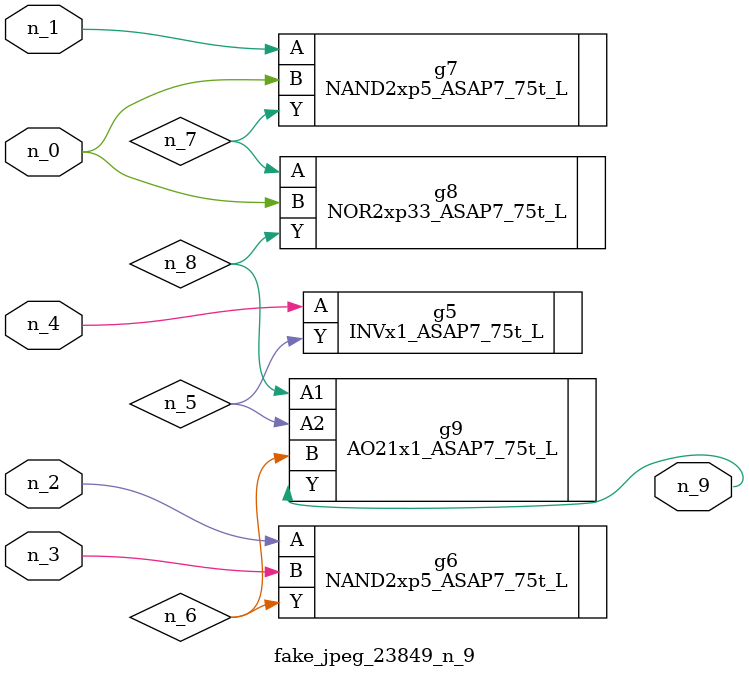
<source format=v>
module fake_jpeg_23849_n_9 (n_3, n_2, n_1, n_0, n_4, n_9);

input n_3;
input n_2;
input n_1;
input n_0;
input n_4;

output n_9;

wire n_8;
wire n_6;
wire n_5;
wire n_7;

INVx1_ASAP7_75t_L g5 ( 
.A(n_4),
.Y(n_5)
);

NAND2xp5_ASAP7_75t_L g6 ( 
.A(n_2),
.B(n_3),
.Y(n_6)
);

NAND2xp5_ASAP7_75t_L g7 ( 
.A(n_1),
.B(n_0),
.Y(n_7)
);

NOR2xp33_ASAP7_75t_L g8 ( 
.A(n_7),
.B(n_0),
.Y(n_8)
);

AO21x1_ASAP7_75t_L g9 ( 
.A1(n_8),
.A2(n_5),
.B(n_6),
.Y(n_9)
);


endmodule
</source>
